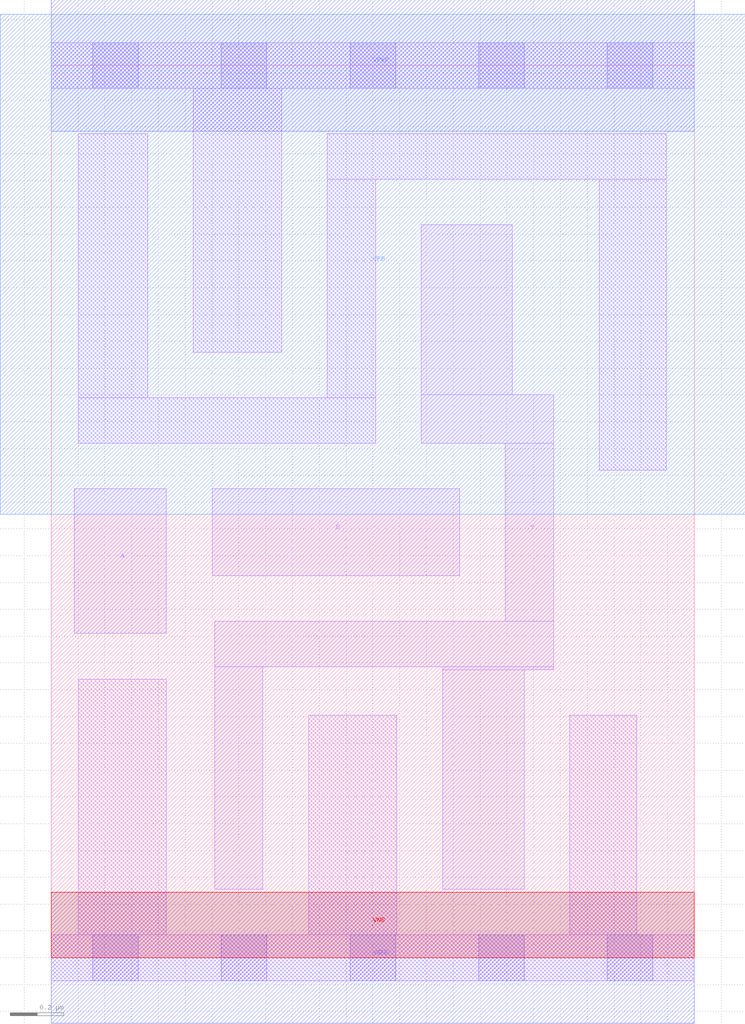
<source format=lef>
# Copyright 2020 The SkyWater PDK Authors
#
# Licensed under the Apache License, Version 2.0 (the "License");
# you may not use this file except in compliance with the License.
# You may obtain a copy of the License at
#
#     https://www.apache.org/licenses/LICENSE-2.0
#
# Unless required by applicable law or agreed to in writing, software
# distributed under the License is distributed on an "AS IS" BASIS,
# WITHOUT WARRANTIES OR CONDITIONS OF ANY KIND, either express or implied.
# See the License for the specific language governing permissions and
# limitations under the License.
#
# SPDX-License-Identifier: Apache-2.0

VERSION 5.7 ;
  NOWIREEXTENSIONATPIN ON ;
  DIVIDERCHAR "/" ;
  BUSBITCHARS "[]" ;
MACRO sky130_fd_sc_lp__nor2_2
  CLASS CORE ;
  FOREIGN sky130_fd_sc_lp__nor2_2 ;
  ORIGIN  0.000000  0.000000 ;
  SIZE  2.400000 BY  3.330000 ;
  SYMMETRY X Y R90 ;
  SITE unit ;
  PIN A
    ANTENNAGATEAREA  0.630000 ;
    DIRECTION INPUT ;
    USE SIGNAL ;
    PORT
      LAYER li1 ;
        RECT 0.085000 1.210000 0.430000 1.750000 ;
    END
  END A
  PIN B
    ANTENNAGATEAREA  0.630000 ;
    DIRECTION INPUT ;
    USE SIGNAL ;
    PORT
      LAYER li1 ;
        RECT 0.600000 1.425000 1.525000 1.750000 ;
    END
  END B
  PIN Y
    ANTENNADIFFAREA  0.823200 ;
    DIRECTION OUTPUT ;
    USE SIGNAL ;
    PORT
      LAYER li1 ;
        RECT 0.610000 0.255000 0.790000 1.085000 ;
        RECT 0.610000 1.085000 1.875000 1.255000 ;
        RECT 1.380000 1.920000 1.875000 2.100000 ;
        RECT 1.380000 2.100000 1.720000 2.735000 ;
        RECT 1.460000 0.255000 1.765000 1.075000 ;
        RECT 1.460000 1.075000 1.875000 1.085000 ;
        RECT 1.695000 1.255000 1.875000 1.920000 ;
    END
  END Y
  PIN VGND
    DIRECTION INOUT ;
    USE GROUND ;
    PORT
      LAYER met1 ;
        RECT 0.000000 -0.245000 2.400000 0.245000 ;
    END
  END VGND
  PIN VNB
    DIRECTION INOUT ;
    USE GROUND ;
    PORT
      LAYER pwell ;
        RECT 0.000000 0.000000 2.400000 0.245000 ;
    END
  END VNB
  PIN VPB
    DIRECTION INOUT ;
    USE POWER ;
    PORT
      LAYER nwell ;
        RECT -0.190000 1.655000 2.590000 3.520000 ;
    END
  END VPB
  PIN VPWR
    DIRECTION INOUT ;
    USE POWER ;
    PORT
      LAYER met1 ;
        RECT 0.000000 3.085000 2.400000 3.575000 ;
    END
  END VPWR
  OBS
    LAYER li1 ;
      RECT 0.000000 -0.085000 2.400000 0.085000 ;
      RECT 0.000000  3.245000 2.400000 3.415000 ;
      RECT 0.100000  0.085000 0.430000 1.040000 ;
      RECT 0.100000  1.920000 1.210000 2.090000 ;
      RECT 0.100000  2.090000 0.360000 3.075000 ;
      RECT 0.530000  2.260000 0.860000 3.245000 ;
      RECT 0.960000  0.085000 1.290000 0.905000 ;
      RECT 1.030000  2.090000 1.210000 2.905000 ;
      RECT 1.030000  2.905000 2.295000 3.075000 ;
      RECT 1.935000  0.085000 2.185000 0.905000 ;
      RECT 2.045000  1.820000 2.295000 2.905000 ;
    LAYER mcon ;
      RECT 0.155000 -0.085000 0.325000 0.085000 ;
      RECT 0.155000  3.245000 0.325000 3.415000 ;
      RECT 0.635000 -0.085000 0.805000 0.085000 ;
      RECT 0.635000  3.245000 0.805000 3.415000 ;
      RECT 1.115000 -0.085000 1.285000 0.085000 ;
      RECT 1.115000  3.245000 1.285000 3.415000 ;
      RECT 1.595000 -0.085000 1.765000 0.085000 ;
      RECT 1.595000  3.245000 1.765000 3.415000 ;
      RECT 2.075000 -0.085000 2.245000 0.085000 ;
      RECT 2.075000  3.245000 2.245000 3.415000 ;
  END
END sky130_fd_sc_lp__nor2_2
END LIBRARY

</source>
